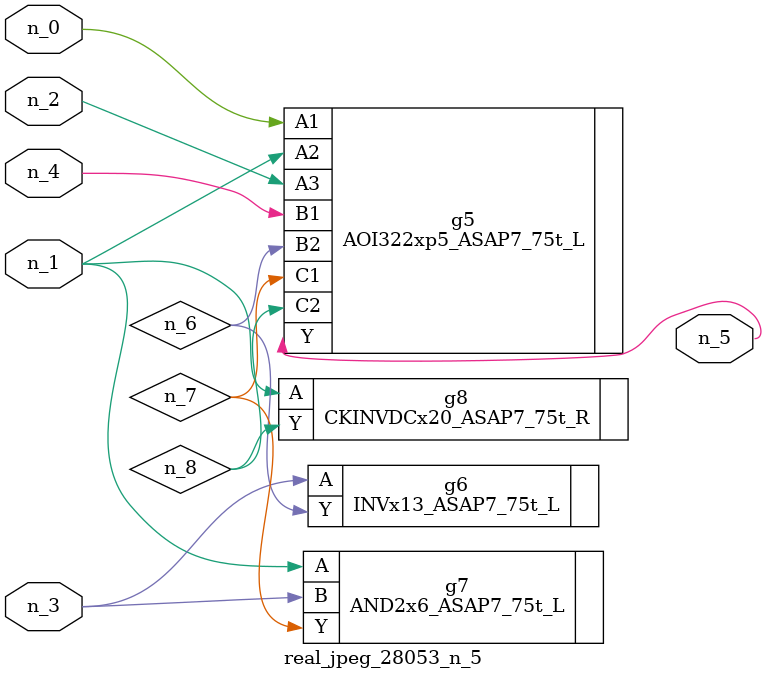
<source format=v>
module real_jpeg_28053_n_5 (n_4, n_0, n_1, n_2, n_3, n_5);

input n_4;
input n_0;
input n_1;
input n_2;
input n_3;

output n_5;

wire n_8;
wire n_6;
wire n_7;

AOI322xp5_ASAP7_75t_L g5 ( 
.A1(n_0),
.A2(n_1),
.A3(n_2),
.B1(n_4),
.B2(n_6),
.C1(n_7),
.C2(n_8),
.Y(n_5)
);

AND2x6_ASAP7_75t_L g7 ( 
.A(n_1),
.B(n_3),
.Y(n_7)
);

CKINVDCx20_ASAP7_75t_R g8 ( 
.A(n_1),
.Y(n_8)
);

INVx13_ASAP7_75t_L g6 ( 
.A(n_3),
.Y(n_6)
);


endmodule
</source>
